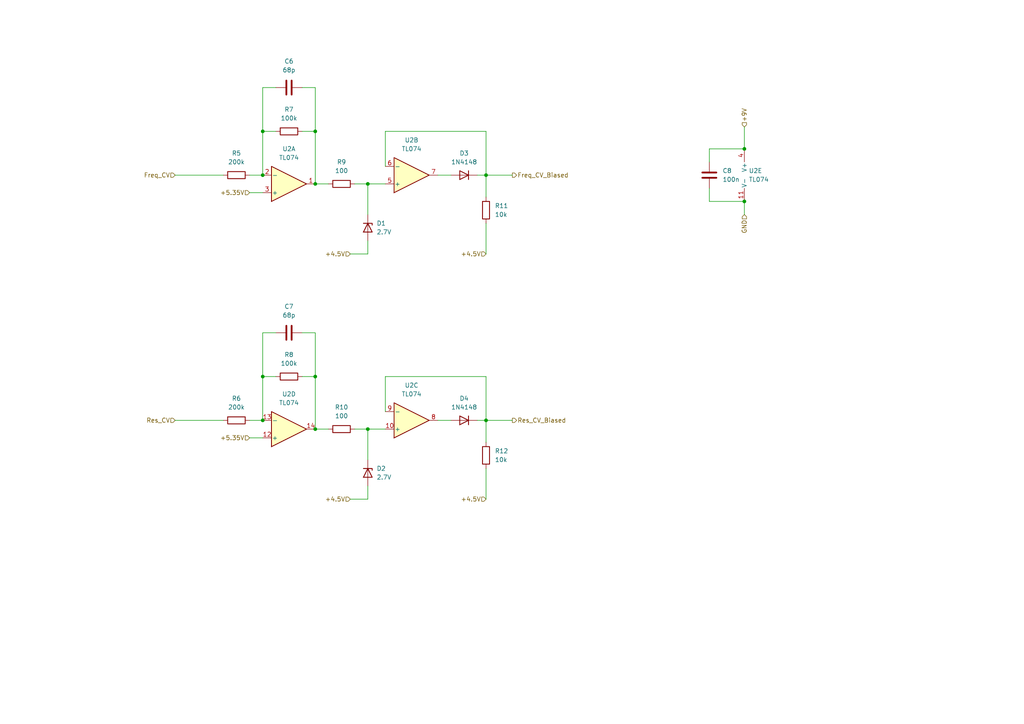
<source format=kicad_sch>
(kicad_sch (version 20211123) (generator eeschema)
  (paper "A4")
  (lib_symbols
    (symbol "Amplifier_Operational:TL074" (pin_names (offset 0.127))
      (property "Reference" "U" (at 0 5.08 0))
      (property "Value" "TL074" (at 0 -5.08 0))
      (symbol "TL074_1_1"
        (polyline (pts (xy -5.08 5.08) (xy 5.08 0) (xy -5.08 -5.08) (xy -5.08 5.08)) (stroke (width 0.254)) (fill (type background)))
        (pin output line (at 7.62 0 180) (length 2.54) (name "~") (number "1"))
        (pin input line (at -7.62 -2.54 0) (length 2.54) (name "-") (number "2"))
        (pin input line (at -7.62 2.54 0) (length 2.54) (name "+") (number "3"))
      )
      (symbol "TL074_2_1"
        (polyline (pts (xy -5.08 5.08) (xy 5.08 0) (xy -5.08 -5.08) (xy -5.08 5.08)) (stroke (width 0.254)) (fill (type background)))
        (pin input line (at -7.62 2.54 0) (length 2.54) (name "+") (number "5"))
        (pin input line (at -7.62 -2.54 0) (length 2.54) (name "-") (number "6"))
        (pin output line (at 7.62 0 180) (length 2.54) (name "~") (number "7"))
      )
      (symbol "TL074_3_1"
        (polyline (pts (xy -5.08 5.08) (xy 5.08 0) (xy -5.08 -5.08) (xy -5.08 5.08)) (stroke (width 0.254)) (fill (type background)))
        (pin input line (at -7.62 2.54 0) (length 2.54) (name "+") (number "10"))
        (pin output line (at 7.62 0 180) (length 2.54) (name "~") (number "8"))
        (pin input line (at -7.62 -2.54 0) (length 2.54) (name "-") (number "9"))
      )
      (symbol "TL074_4_1"
        (polyline (pts (xy -5.08 5.08) (xy 5.08 0) (xy -5.08 -5.08) (xy -5.08 5.08)) (stroke (width 0.254)) (fill (type background)))
        (pin input line (at -7.62 2.54 0) (length 2.54) (name "+") (number "12"))
        (pin input line (at -7.62 -2.54 0) (length 2.54) (name "-") (number "13"))
        (pin output line (at 7.62 0 180) (length 2.54) (name "~") (number "14"))
      )
      (symbol "TL074_5_1"
        (pin power_in line (at -2.54 -7.62 90) (length 3.81) (name "V-") (number "11"))
        (pin power_in line (at -2.54 7.62 270) (length 3.81) (name "V+") (number "4"))
      )
    )
    (symbol "Device:C" (pin_numbers hide) (pin_names (offset 0.254))
      (property "Reference" "C" (at 0.635 2.54 0))
      (property "Value" "C" (at 0.635 -2.54 0))
      (symbol "C_0_1"
        (polyline (pts (xy -2.032 -0.762) (xy 2.032 -0.762)) (stroke (width 0.508)))
        (polyline (pts (xy -2.032 0.762) (xy 2.032 0.762)) (stroke (width 0.508)))
      )
      (symbol "C_1_1"
        (pin passive line (at 0 3.81 270) (length 2.794) (name "~") (number "1"))
        (pin passive line (at 0 -3.81 90) (length 2.794) (name "~") (number "2"))
      )
    )
    (symbol "Device:D" (pin_numbers hide) (pin_names (offset 1.016) hide)
      (property "Reference" "D" (at 0 2.54 0))
      (property "Value" "D" (at 0 -2.54 0))
      (symbol "D_0_1"
        (polyline (pts (xy -1.27 1.27) (xy -1.27 -1.27)) (stroke (width 0.254)))
        (polyline (pts (xy 1.27 0) (xy -1.27 0)))
        (polyline (pts (xy 1.27 1.27) (xy 1.27 -1.27) (xy -1.27 0) (xy 1.27 1.27)) (stroke (width 0.254)))
      )
      (symbol "D_1_1"
        (pin passive line (at -3.81 0 0) (length 2.54) (name "K") (number "1"))
        (pin passive line (at 3.81 0 180) (length 2.54) (name "A") (number "2"))
      )
    )
    (symbol "Device:D_Zener" (pin_numbers hide) (pin_names (offset 1.016) hide)
      (property "Reference" "D" (at 0 2.54 0))
      (property "Value" "D_Zener" (at 0 -2.54 0))
      (symbol "D_Zener_0_1"
        (polyline (pts (xy 1.27 0) (xy -1.27 0)))
        (polyline (pts (xy -1.27 -1.27) (xy -1.27 1.27) (xy -0.762 1.27)) (stroke (width 0.254)))
        (polyline (pts (xy 1.27 -1.27) (xy 1.27 1.27) (xy -1.27 0) (xy 1.27 -1.27)) (stroke (width 0.254)))
      )
      (symbol "D_Zener_1_1"
        (pin passive line (at -3.81 0 0) (length 2.54) (name "K") (number "1"))
        (pin passive line (at 3.81 0 180) (length 2.54) (name "A") (number "2"))
      )
    )
    (symbol "Device:R" (pin_numbers hide) (pin_names (offset 0))
      (property "Reference" "R" (at 2.032 0 90))
      (property "Value" "R" (at 0 0 90))
      (symbol "R_0_1"
        (rectangle (start -1.016 -2.54) (end 1.016 2.54) (stroke (width 0.254)))
      )
      (symbol "R_1_1"
        (pin passive line (at 0 3.81 270) (length 1.27) (name "~") (number "1"))
        (pin passive line (at 0 -3.81 90) (length 1.27) (name "~") (number "2"))
      )
    )
  )
  (junction (at 215.9 58.42))
  (junction (at 91.44 109.22))
  (junction (at 76.2 50.8))
  (junction (at 106.68 53.34))
  (junction (at 91.44 38.1))
  (junction (at 106.68 124.46))
  (junction (at 91.44 53.34))
  (junction (at 91.44 124.46))
  (junction (at 76.2 121.92))
  (junction (at 140.97 50.8))
  (junction (at 215.9 43.18))
  (junction (at 76.2 109.22))
  (junction (at 76.2 38.1))
  (junction (at 140.97 121.92))
  (wire (pts (xy 111.76 38.1) (xy 111.76 48.26)))
  (wire (pts (xy 91.44 96.52) (xy 91.44 109.22)))
  (wire (pts (xy 106.68 124.46) (xy 111.76 124.46)))
  (wire (pts (xy 72.39 121.92) (xy 76.2 121.92)))
  (wire (pts (xy 205.74 43.18) (xy 205.74 46.99)))
  (wire (pts (xy 80.01 38.1) (xy 76.2 38.1)))
  (wire (pts (xy 140.97 121.92) (xy 148.59 121.92)))
  (wire (pts (xy 138.43 121.92) (xy 140.97 121.92)))
  (wire (pts (xy 91.44 25.4) (xy 91.44 38.1)))
  (wire (pts (xy 140.97 135.89) (xy 140.97 144.78)))
  (wire (pts (xy 140.97 50.8) (xy 140.97 57.15)))
  (wire (pts (xy 91.44 109.22) (xy 91.44 124.46)))
  (wire (pts (xy 102.87 124.46) (xy 106.68 124.46)))
  (wire (pts (xy 72.39 55.88) (xy 76.2 55.88)))
  (wire (pts (xy 80.01 109.22) (xy 76.2 109.22)))
  (wire (pts (xy 140.97 64.77) (xy 140.97 73.66)))
  (wire (pts (xy 127 50.8) (xy 130.81 50.8)))
  (wire (pts (xy 101.6 73.66) (xy 106.68 73.66)))
  (wire (pts (xy 76.2 96.52) (xy 76.2 109.22)))
  (wire (pts (xy 140.97 121.92) (xy 140.97 128.27)))
  (wire (pts (xy 205.74 54.61) (xy 205.74 58.42)))
  (wire (pts (xy 72.39 50.8) (xy 76.2 50.8)))
  (wire (pts (xy 102.87 53.34) (xy 106.68 53.34)))
  (wire (pts (xy 50.8 50.8) (xy 64.77 50.8)))
  (wire (pts (xy 215.9 58.42) (xy 215.9 62.23)))
  (wire (pts (xy 127 121.92) (xy 130.81 121.92)))
  (wire (pts (xy 91.44 38.1) (xy 91.44 53.34)))
  (wire (pts (xy 76.2 109.22) (xy 76.2 121.92)))
  (wire (pts (xy 50.8 121.92) (xy 64.77 121.92)))
  (wire (pts (xy 106.68 53.34) (xy 111.76 53.34)))
  (wire (pts (xy 215.9 36.83) (xy 215.9 43.18)))
  (wire (pts (xy 80.01 25.4) (xy 76.2 25.4)))
  (wire (pts (xy 140.97 109.22) (xy 111.76 109.22)))
  (wire (pts (xy 106.68 124.46) (xy 106.68 133.35)))
  (wire (pts (xy 140.97 50.8) (xy 140.97 38.1)))
  (wire (pts (xy 72.39 127) (xy 76.2 127)))
  (wire (pts (xy 87.63 38.1) (xy 91.44 38.1)))
  (wire (pts (xy 106.68 53.34) (xy 106.68 62.23)))
  (wire (pts (xy 215.9 43.18) (xy 205.74 43.18)))
  (wire (pts (xy 111.76 109.22) (xy 111.76 119.38)))
  (wire (pts (xy 106.68 73.66) (xy 106.68 69.85)))
  (wire (pts (xy 101.6 144.78) (xy 106.68 144.78)))
  (wire (pts (xy 138.43 50.8) (xy 140.97 50.8)))
  (wire (pts (xy 76.2 25.4) (xy 76.2 38.1)))
  (wire (pts (xy 87.63 109.22) (xy 91.44 109.22)))
  (wire (pts (xy 106.68 144.78) (xy 106.68 140.97)))
  (wire (pts (xy 205.74 58.42) (xy 215.9 58.42)))
  (wire (pts (xy 91.44 124.46) (xy 95.25 124.46)))
  (wire (pts (xy 140.97 38.1) (xy 111.76 38.1)))
  (wire (pts (xy 140.97 50.8) (xy 148.59 50.8)))
  (wire (pts (xy 87.63 96.52) (xy 91.44 96.52)))
  (wire (pts (xy 87.63 25.4) (xy 91.44 25.4)))
  (wire (pts (xy 80.01 96.52) (xy 76.2 96.52)))
  (wire (pts (xy 140.97 121.92) (xy 140.97 109.22)))
  (wire (pts (xy 91.44 53.34) (xy 95.25 53.34)))
  (wire (pts (xy 76.2 38.1) (xy 76.2 50.8)))
  (hierarchical_label "+4.5V" (shape input) (at 140.97 73.66 180))
  (hierarchical_label "Res_CV" (shape input) (at 50.8 121.92 180))
  (hierarchical_label "Freq_CV_Biased" (shape output) (at 148.59 50.8 0))
  (hierarchical_label "GND" (shape input) (at 215.9 62.23 270))
  (hierarchical_label "Res_CV_Biased" (shape output) (at 148.59 121.92 0))
  (hierarchical_label "+5.35V" (shape input) (at 72.39 55.88 180))
  (hierarchical_label "+5.35V" (shape input) (at 72.39 127 180))
  (hierarchical_label "+4.5V" (shape input) (at 101.6 144.78 180))
  (hierarchical_label "+9V" (shape input) (at 215.9 36.83 90))
  (hierarchical_label "Freq_CV" (shape input) (at 50.8 50.8 180))
  (hierarchical_label "+4.5V" (shape input) (at 140.97 144.78 180))
  (hierarchical_label "+4.5V" (shape input) (at 101.6 73.66 180))
  (symbol (lib_id "Device:R") (at 83.82 38.1 90) (unit 1)
    (property "Reference" "R7" (at 83.82 31.75 90))
    (property "Value" "100k" (at 83.82 34.29 90))
    (property "Footprint" "Resistor_SMD:R_0603_1608Metric_Pad0.98x0.95mm_HandSolder" (effects hide))
    (property "LCSC" "C25803" (effects hide))
  )
  (symbol (lib_id "Device:D_Zener") (at 106.68 137.16 270) (unit 1)
    (property "Reference" "D2" (at 109.22 135.8899 90) (effects (justify left)))
    (property "Value" "2.7V" (at 109.22 138.4299 90) (effects (justify left)))
    (property "Footprint" "Diode_SMD:D_SOD-123" (effects hide))
    (property "LCSC" "C406712" (effects hide))
  )
  (symbol (lib_id "Device:R") (at 68.58 121.92 90) (unit 1)
    (property "Reference" "R6" (at 68.58 115.57 90))
    (property "Value" "200k" (at 68.58 118.11 90))
    (property "Footprint" "Resistor_SMD:R_0603_1608Metric_Pad0.98x0.95mm_HandSolder" (effects hide))
    (property "LCSC" "C25811" (effects hide))
  )
  (symbol (lib_id "Device:C") (at 205.74 50.8 180) (unit 1)
    (property "Reference" "C8" (at 209.55 49.5299 0) (effects (justify right)))
    (property "Value" "100n" (at 209.55 52.0699 0) (effects (justify right)))
    (property "Footprint" "Capacitor_SMD:C_0603_1608Metric_Pad1.08x0.95mm_HandSolder" (effects hide))
    (property "LCSC" "C76711" (effects hide))
  )
  (symbol (lib_id "Amplifier_Operational:TL074") (at 218.44 50.8 0) (unit 5)
    (property "Reference" "U2" (at 217.17 49.5299 0) (effects (justify left)))
    (property "Value" "TL074" (at 217.17 52.0699 0) (effects (justify left)))
    (property "Footprint" "Package_SO:SOIC-14_3.9x8.7mm_P1.27mm" (effects hide))
    (property "Datasheet" "http://www.ti.com/lit/ds/symlink/tl071.pdf" (effects hide))
    (property "LCSC" "C6963" (effects hide))
  )
  (symbol (lib_id "Device:C") (at 83.82 25.4 90) (unit 1)
    (property "Reference" "C6" (at 83.82 17.78 90))
    (property "Value" "68p" (at 83.82 20.32 90))
    (property "Footprint" "Capacitor_SMD:C_0603_1608Metric_Pad1.08x0.95mm_HandSolder" (effects hide))
    (property "LCSC" "C1680" (effects hide))
  )
  (symbol (lib_id "Device:R") (at 83.82 109.22 90) (unit 1)
    (property "Reference" "R8" (at 83.82 102.87 90))
    (property "Value" "100k" (at 83.82 105.41 90))
    (property "Footprint" "Resistor_SMD:R_0603_1608Metric_Pad0.98x0.95mm_HandSolder" (effects hide))
    (property "LCSC" "C25803" (effects hide))
  )
  (symbol (lib_id "Device:D") (at 134.62 121.92 180) (unit 1)
    (property "Reference" "D4" (at 134.62 115.57 0))
    (property "Value" "1N4148" (at 134.62 118.11 0))
    (property "Footprint" "Diode_SMD:D_SOD-123" (effects hide))
    (property "LCSC" "C81598" (effects hide))
  )
  (symbol (lib_id "Device:R") (at 99.06 124.46 90) (unit 1)
    (property "Reference" "R10" (at 99.06 118.11 90))
    (property "Value" "100" (at 99.06 120.65 90))
    (property "Footprint" "Resistor_SMD:R_0603_1608Metric_Pad0.98x0.95mm_HandSolder" (effects hide))
    (property "LCSC" "C22775" (effects hide))
  )
  (symbol (lib_id "Amplifier_Operational:TL074") (at 119.38 121.92 0) (mirror x) (unit 3)
    (property "Reference" "U2" (at 119.38 111.76 0))
    (property "Value" "TL074" (at 119.38 114.3 0))
    (property "Footprint" "Package_SO:SOIC-14_3.9x8.7mm_P1.27mm" (effects hide))
    (property "Datasheet" "http://www.ti.com/lit/ds/symlink/tl071.pdf" (effects hide))
    (property "LCSC" "C6963" (effects hide))
  )
  (symbol (lib_id "Device:C") (at 83.82 96.52 90) (unit 1)
    (property "Reference" "C7" (at 83.82 88.9 90))
    (property "Value" "68p" (at 83.82 91.44 90))
    (property "Footprint" "Capacitor_SMD:C_0603_1608Metric_Pad1.08x0.95mm_HandSolder" (effects hide))
    (property "LCSC" "C1680" (effects hide))
  )
  (symbol (lib_id "Device:D") (at 134.62 50.8 180) (unit 1)
    (property "Reference" "D3" (at 134.62 44.45 0))
    (property "Value" "1N4148" (at 134.62 46.99 0))
    (property "Footprint" "Diode_SMD:D_SOD-123" (effects hide))
    (property "LCSC" "C81598" (effects hide))
  )
  (symbol (lib_id "Device:R") (at 140.97 60.96 180) (unit 1)
    (property "Reference" "R11" (at 143.51 59.6899 0) (effects (justify right)))
    (property "Value" "10k" (at 143.51 62.2299 0) (effects (justify right)))
    (property "Footprint" "Resistor_SMD:R_0603_1608Metric_Pad0.98x0.95mm_HandSolder" (effects hide))
    (property "LCSC" "C25804" (effects hide))
  )
  (symbol (lib_id "Device:D_Zener") (at 106.68 66.04 270) (unit 1)
    (property "Reference" "D1" (at 109.22 64.7699 90) (effects (justify left)))
    (property "Value" "2.7V" (at 109.22 67.3099 90) (effects (justify left)))
    (property "Footprint" "Diode_SMD:D_SOD-123" (effects hide))
    (property "LCSC" "C406712" (effects hide))
  )
  (symbol (lib_id "Device:R") (at 68.58 50.8 90) (unit 1)
    (property "Reference" "R5" (at 68.58 44.45 90))
    (property "Value" "200k" (at 68.58 46.99 90))
    (property "Footprint" "Resistor_SMD:R_0603_1608Metric_Pad0.98x0.95mm_HandSolder" (effects hide))
    (property "LCSC" "C25811" (effects hide))
  )
  (symbol (lib_id "Amplifier_Operational:TL074") (at 83.82 53.34 0) (mirror x) (unit 1)
    (property "Reference" "U2" (at 83.82 43.18 0))
    (property "Value" "TL074" (at 83.82 45.72 0))
    (property "Footprint" "Package_SO:SOIC-14_3.9x8.7mm_P1.27mm" (effects hide))
    (property "Datasheet" "http://www.ti.com/lit/ds/symlink/tl071.pdf" (effects hide))
    (property "LCSC" "C6963" (effects hide))
  )
  (symbol (lib_id "Device:R") (at 99.06 53.34 90) (unit 1)
    (property "Reference" "R9" (at 99.06 46.99 90))
    (property "Value" "100" (at 99.06 49.53 90))
    (property "Footprint" "Resistor_SMD:R_0603_1608Metric_Pad0.98x0.95mm_HandSolder" (effects hide))
    (property "LCSC" "C22775" (effects hide))
  )
  (symbol (lib_id "Amplifier_Operational:TL074") (at 119.38 50.8 0) (mirror x) (unit 2)
    (property "Reference" "U2" (at 119.38 40.64 0))
    (property "Value" "TL074" (at 119.38 43.18 0))
    (property "Footprint" "Package_SO:SOIC-14_3.9x8.7mm_P1.27mm" (effects hide))
    (property "Datasheet" "http://www.ti.com/lit/ds/symlink/tl071.pdf" (effects hide))
    (property "LCSC" "C6963" (effects hide))
  )
  (symbol (lib_id "Device:R") (at 140.97 132.08 180) (unit 1)
    (property "Reference" "R12" (at 143.51 130.8099 0) (effects (justify right)))
    (property "Value" "10k" (at 143.51 133.3499 0) (effects (justify right)))
    (property "Footprint" "Resistor_SMD:R_0603_1608Metric_Pad0.98x0.95mm_HandSolder" (effects hide))
    (property "LCSC" "C25804" (effects hide))
  )
  (symbol (lib_id "Amplifier_Operational:TL074") (at 83.82 124.46 0) (mirror x) (unit 4)
    (property "Reference" "U2" (at 83.82 114.3 0))
    (property "Value" "TL074" (at 83.82 116.84 0))
    (property "Footprint" "Package_SO:SOIC-14_3.9x8.7mm_P1.27mm" (effects hide))
    (property "Datasheet" "http://www.ti.com/lit/ds/symlink/tl071.pdf" (effects hide))
    (property "LCSC" "C6963" (effects hide))
  )
)
</source>
